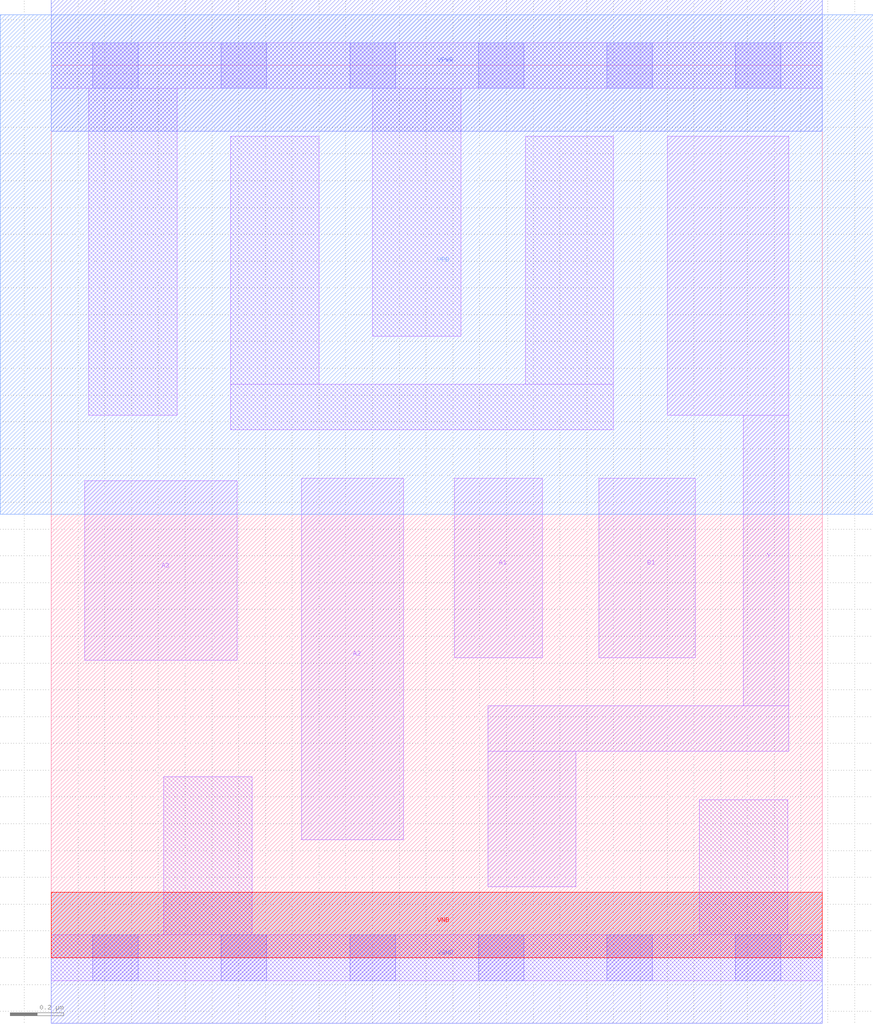
<source format=lef>
# Copyright 2020 The SkyWater PDK Authors
#
# Licensed under the Apache License, Version 2.0 (the "License");
# you may not use this file except in compliance with the License.
# You may obtain a copy of the License at
#
#     https://www.apache.org/licenses/LICENSE-2.0
#
# Unless required by applicable law or agreed to in writing, software
# distributed under the License is distributed on an "AS IS" BASIS,
# WITHOUT WARRANTIES OR CONDITIONS OF ANY KIND, either express or implied.
# See the License for the specific language governing permissions and
# limitations under the License.
#
# SPDX-License-Identifier: Apache-2.0

VERSION 5.7 ;
  NOWIREEXTENSIONATPIN ON ;
  DIVIDERCHAR "/" ;
  BUSBITCHARS "[]" ;
MACRO sky130_fd_sc_lp__a31oi_lp
  CLASS CORE ;
  FOREIGN sky130_fd_sc_lp__a31oi_lp ;
  ORIGIN  0.000000  0.000000 ;
  SIZE  2.880000 BY  3.330000 ;
  SYMMETRY X Y R90 ;
  SITE unit ;
  PIN A1
    ANTENNAGATEAREA  0.313000 ;
    DIRECTION INPUT ;
    USE SIGNAL ;
    PORT
      LAYER li1 ;
        RECT 1.505000 1.120000 1.835000 1.790000 ;
    END
  END A1
  PIN A2
    ANTENNAGATEAREA  0.313000 ;
    DIRECTION INPUT ;
    USE SIGNAL ;
    PORT
      LAYER li1 ;
        RECT 0.935000 0.440000 1.315000 1.790000 ;
    END
  END A2
  PIN A3
    ANTENNAGATEAREA  0.313000 ;
    DIRECTION INPUT ;
    USE SIGNAL ;
    PORT
      LAYER li1 ;
        RECT 0.125000 1.110000 0.695000 1.780000 ;
    END
  END A3
  PIN B1
    ANTENNAGATEAREA  0.376000 ;
    DIRECTION INPUT ;
    USE SIGNAL ;
    PORT
      LAYER li1 ;
        RECT 2.045000 1.120000 2.405000 1.790000 ;
    END
  END B1
  PIN Y
    ANTENNADIFFAREA  0.402600 ;
    DIRECTION OUTPUT ;
    USE SIGNAL ;
    PORT
      LAYER li1 ;
        RECT 1.630000 0.265000 1.960000 0.770000 ;
        RECT 1.630000 0.770000 2.755000 0.940000 ;
        RECT 2.300000 2.025000 2.755000 3.065000 ;
        RECT 2.585000 0.940000 2.755000 2.025000 ;
    END
  END Y
  PIN VGND
    DIRECTION INOUT ;
    USE GROUND ;
    PORT
      LAYER met1 ;
        RECT 0.000000 -0.245000 2.880000 0.245000 ;
    END
  END VGND
  PIN VNB
    DIRECTION INOUT ;
    USE GROUND ;
    PORT
      LAYER pwell ;
        RECT 0.000000 0.000000 2.880000 0.245000 ;
    END
  END VNB
  PIN VPB
    DIRECTION INOUT ;
    USE POWER ;
    PORT
      LAYER nwell ;
        RECT -0.190000 1.655000 3.070000 3.520000 ;
    END
  END VPB
  PIN VPWR
    DIRECTION INOUT ;
    USE POWER ;
    PORT
      LAYER met1 ;
        RECT 0.000000 3.085000 2.880000 3.575000 ;
    END
  END VPWR
  OBS
    LAYER li1 ;
      RECT 0.000000 -0.085000 2.880000 0.085000 ;
      RECT 0.000000  3.245000 2.880000 3.415000 ;
      RECT 0.140000  2.025000 0.470000 3.245000 ;
      RECT 0.420000  0.085000 0.750000 0.675000 ;
      RECT 0.670000  1.970000 2.100000 2.140000 ;
      RECT 0.670000  2.140000 1.000000 3.065000 ;
      RECT 1.200000  2.320000 1.530000 3.245000 ;
      RECT 1.770000  2.140000 2.100000 3.065000 ;
      RECT 2.420000  0.085000 2.750000 0.590000 ;
    LAYER mcon ;
      RECT 0.155000 -0.085000 0.325000 0.085000 ;
      RECT 0.155000  3.245000 0.325000 3.415000 ;
      RECT 0.635000 -0.085000 0.805000 0.085000 ;
      RECT 0.635000  3.245000 0.805000 3.415000 ;
      RECT 1.115000 -0.085000 1.285000 0.085000 ;
      RECT 1.115000  3.245000 1.285000 3.415000 ;
      RECT 1.595000 -0.085000 1.765000 0.085000 ;
      RECT 1.595000  3.245000 1.765000 3.415000 ;
      RECT 2.075000 -0.085000 2.245000 0.085000 ;
      RECT 2.075000  3.245000 2.245000 3.415000 ;
      RECT 2.555000 -0.085000 2.725000 0.085000 ;
      RECT 2.555000  3.245000 2.725000 3.415000 ;
  END
END sky130_fd_sc_lp__a31oi_lp
END LIBRARY

</source>
